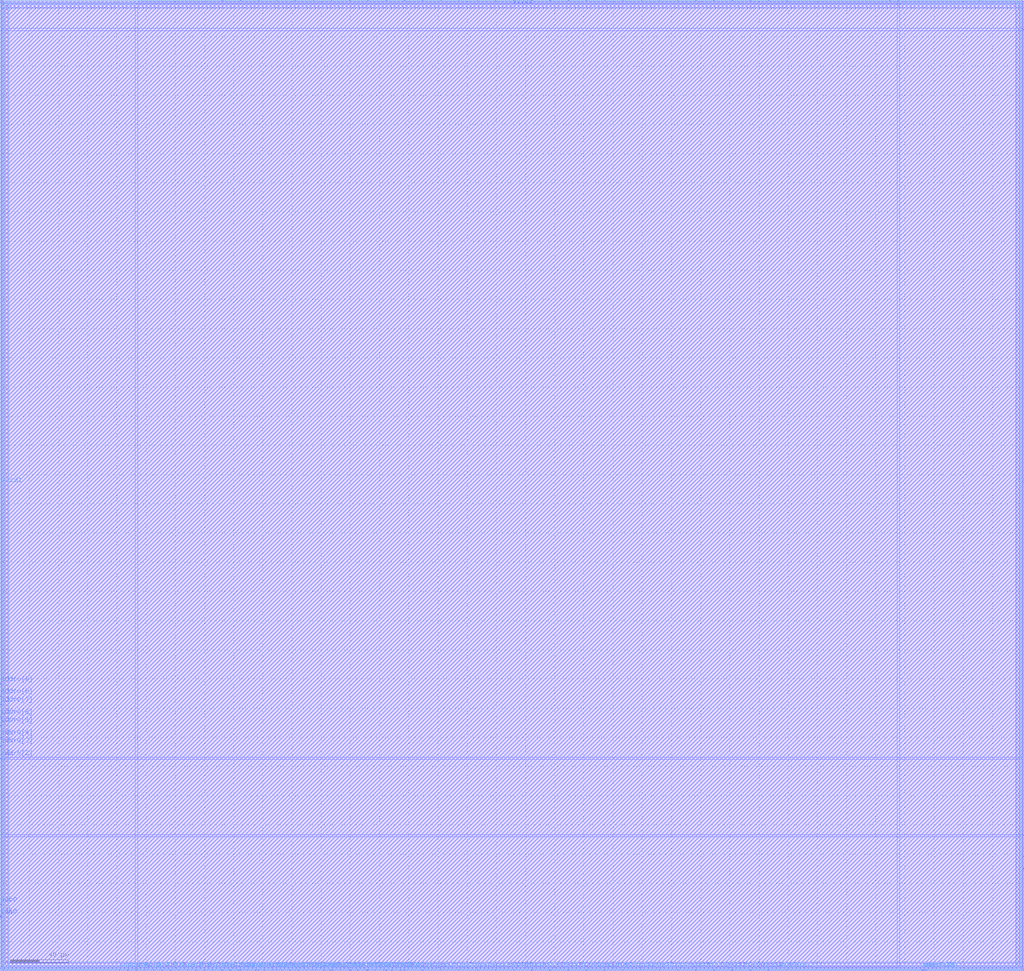
<source format=lef>
VERSION 5.4 ;
NAMESCASESENSITIVE ON ;
BUSBITCHARS "[]" ;
DIVIDERCHAR "/" ;
UNITS
  DATABASE MICRONS 2000 ;
END UNITS
MACRO IMPACT_OpenRAM
   CLASS BLOCK ;
   SIZE 701.64 BY 665.415 ;
   SYMMETRY X Y R90 ;
   PIN din0[0]
      DIRECTION INPUT ;
      PORT
         LAYER met4 ;
         RECT  93.18 0.0 93.56 0.38 ;
      END
   END din0[0]
   PIN din0[1]
      DIRECTION INPUT ;
      PORT
         LAYER met4 ;
         RECT  99.02 0.0 99.4 0.38 ;
      END
   END din0[1]
   PIN din0[2]
      DIRECTION INPUT ;
      PORT
         LAYER met4 ;
         RECT  104.86 0.0 105.24 0.38 ;
      END
   END din0[2]
   PIN din0[3]
      DIRECTION INPUT ;
      PORT
         LAYER met4 ;
         RECT  110.7 0.0 111.08 0.38 ;
      END
   END din0[3]
   PIN din0[4]
      DIRECTION INPUT ;
      PORT
         LAYER met4 ;
         RECT  116.54 0.0 116.92 0.38 ;
      END
   END din0[4]
   PIN din0[5]
      DIRECTION INPUT ;
      PORT
         LAYER met4 ;
         RECT  122.38 0.0 122.76 0.38 ;
      END
   END din0[5]
   PIN din0[6]
      DIRECTION INPUT ;
      PORT
         LAYER met4 ;
         RECT  128.22 0.0 128.6 0.38 ;
      END
   END din0[6]
   PIN din0[7]
      DIRECTION INPUT ;
      PORT
         LAYER met4 ;
         RECT  134.06 0.0 134.44 0.38 ;
      END
   END din0[7]
   PIN din0[8]
      DIRECTION INPUT ;
      PORT
         LAYER met4 ;
         RECT  139.9 0.0 140.28 0.38 ;
      END
   END din0[8]
   PIN din0[9]
      DIRECTION INPUT ;
      PORT
         LAYER met4 ;
         RECT  145.74 0.0 146.12 0.38 ;
      END
   END din0[9]
   PIN din0[10]
      DIRECTION INPUT ;
      PORT
         LAYER met4 ;
         RECT  151.58 0.0 151.96 0.38 ;
      END
   END din0[10]
   PIN din0[11]
      DIRECTION INPUT ;
      PORT
         LAYER met4 ;
         RECT  157.42 0.0 157.8 0.38 ;
      END
   END din0[11]
   PIN din0[12]
      DIRECTION INPUT ;
      PORT
         LAYER met4 ;
         RECT  163.26 0.0 163.64 0.38 ;
      END
   END din0[12]
   PIN din0[13]
      DIRECTION INPUT ;
      PORT
         LAYER met4 ;
         RECT  169.1 0.0 169.48 0.38 ;
      END
   END din0[13]
   PIN din0[14]
      DIRECTION INPUT ;
      PORT
         LAYER met4 ;
         RECT  174.94 0.0 175.32 0.38 ;
      END
   END din0[14]
   PIN din0[15]
      DIRECTION INPUT ;
      PORT
         LAYER met4 ;
         RECT  180.78 0.0 181.16 0.38 ;
      END
   END din0[15]
   PIN din0[16]
      DIRECTION INPUT ;
      PORT
         LAYER met4 ;
         RECT  186.62 0.0 187.0 0.38 ;
      END
   END din0[16]
   PIN din0[17]
      DIRECTION INPUT ;
      PORT
         LAYER met4 ;
         RECT  192.46 0.0 192.84 0.38 ;
      END
   END din0[17]
   PIN din0[18]
      DIRECTION INPUT ;
      PORT
         LAYER met4 ;
         RECT  198.3 0.0 198.68 0.38 ;
      END
   END din0[18]
   PIN din0[19]
      DIRECTION INPUT ;
      PORT
         LAYER met4 ;
         RECT  204.14 0.0 204.52 0.38 ;
      END
   END din0[19]
   PIN din0[20]
      DIRECTION INPUT ;
      PORT
         LAYER met4 ;
         RECT  209.98 0.0 210.36 0.38 ;
      END
   END din0[20]
   PIN din0[21]
      DIRECTION INPUT ;
      PORT
         LAYER met4 ;
         RECT  215.82 0.0 216.2 0.38 ;
      END
   END din0[21]
   PIN din0[22]
      DIRECTION INPUT ;
      PORT
         LAYER met4 ;
         RECT  221.66 0.0 222.04 0.38 ;
      END
   END din0[22]
   PIN din0[23]
      DIRECTION INPUT ;
      PORT
         LAYER met4 ;
         RECT  227.5 0.0 227.88 0.38 ;
      END
   END din0[23]
   PIN din0[24]
      DIRECTION INPUT ;
      PORT
         LAYER met4 ;
         RECT  233.34 0.0 233.72 0.38 ;
      END
   END din0[24]
   PIN din0[25]
      DIRECTION INPUT ;
      PORT
         LAYER met4 ;
         RECT  239.18 0.0 239.56 0.38 ;
      END
   END din0[25]
   PIN din0[26]
      DIRECTION INPUT ;
      PORT
         LAYER met4 ;
         RECT  245.02 0.0 245.4 0.38 ;
      END
   END din0[26]
   PIN din0[27]
      DIRECTION INPUT ;
      PORT
         LAYER met4 ;
         RECT  250.86 0.0 251.24 0.38 ;
      END
   END din0[27]
   PIN din0[28]
      DIRECTION INPUT ;
      PORT
         LAYER met4 ;
         RECT  256.7 0.0 257.08 0.38 ;
      END
   END din0[28]
   PIN din0[29]
      DIRECTION INPUT ;
      PORT
         LAYER met4 ;
         RECT  262.54 0.0 262.92 0.38 ;
      END
   END din0[29]
   PIN din0[30]
      DIRECTION INPUT ;
      PORT
         LAYER met4 ;
         RECT  268.38 0.0 268.76 0.38 ;
      END
   END din0[30]
   PIN din0[31]
      DIRECTION INPUT ;
      PORT
         LAYER met4 ;
         RECT  274.22 0.0 274.6 0.38 ;
      END
   END din0[31]
   PIN addr0[0]
      DIRECTION INPUT ;
      PORT
         LAYER met4 ;
         RECT  81.5 0.0 81.88 0.38 ;
      END
   END addr0[0]
   PIN addr0[1]
      DIRECTION INPUT ;
      PORT
         LAYER met4 ;
         RECT  87.34 0.0 87.72 0.38 ;
      END
   END addr0[1]
   PIN addr0[2]
      DIRECTION INPUT ;
      PORT
         LAYER met3 ;
         RECT  0.0 145.385 0.38 145.765 ;
      END
   END addr0[2]
   PIN addr0[3]
      DIRECTION INPUT ;
      PORT
         LAYER met3 ;
         RECT  0.0 153.885 0.38 154.265 ;
      END
   END addr0[3]
   PIN addr0[4]
      DIRECTION INPUT ;
      PORT
         LAYER met3 ;
         RECT  0.0 159.525 0.38 159.905 ;
      END
   END addr0[4]
   PIN addr0[5]
      DIRECTION INPUT ;
      PORT
         LAYER met3 ;
         RECT  0.0 168.025 0.38 168.405 ;
      END
   END addr0[5]
   PIN addr0[6]
      DIRECTION INPUT ;
      PORT
         LAYER met3 ;
         RECT  0.0 173.665 0.38 174.045 ;
      END
   END addr0[6]
   PIN addr0[7]
      DIRECTION INPUT ;
      PORT
         LAYER met3 ;
         RECT  0.0 182.165 0.38 182.545 ;
      END
   END addr0[7]
   PIN addr0[8]
      DIRECTION INPUT ;
      PORT
         LAYER met3 ;
         RECT  0.0 187.805 0.38 188.185 ;
      END
   END addr0[8]
   PIN addr0[9]
      DIRECTION INPUT ;
      PORT
         LAYER met3 ;
         RECT  0.0 196.305 0.38 196.685 ;
      END
   END addr0[9]
   PIN addr1[0]
      DIRECTION INPUT ;
      PORT
         LAYER met4 ;
         RECT  615.3 665.035 615.68 665.415 ;
      END
   END addr1[0]
   PIN addr1[1]
      DIRECTION INPUT ;
      PORT
         LAYER met4 ;
         RECT  609.46 665.035 609.84 665.415 ;
      END
   END addr1[1]
   PIN addr1[2]
      DIRECTION INPUT ;
      PORT
         LAYER met3 ;
         RECT  701.26 92.345 701.64 92.725 ;
      END
   END addr1[2]
   PIN addr1[3]
      DIRECTION INPUT ;
      PORT
         LAYER met3 ;
         RECT  701.26 83.845 701.64 84.225 ;
      END
   END addr1[3]
   PIN addr1[4]
      DIRECTION INPUT ;
      PORT
         LAYER met3 ;
         RECT  701.26 78.205 701.64 78.585 ;
      END
   END addr1[4]
   PIN addr1[5]
      DIRECTION INPUT ;
      PORT
         LAYER met3 ;
         RECT  701.26 69.705 701.64 70.085 ;
      END
   END addr1[5]
   PIN addr1[6]
      DIRECTION INPUT ;
      PORT
         LAYER met4 ;
         RECT  634.36 0.0 634.74 0.38 ;
      END
   END addr1[6]
   PIN addr1[7]
      DIRECTION INPUT ;
      PORT
         LAYER met4 ;
         RECT  631.385 0.0 631.765 0.38 ;
      END
   END addr1[7]
   PIN addr1[8]
      DIRECTION INPUT ;
      PORT
         LAYER met4 ;
         RECT  632.075 0.0 632.455 0.38 ;
      END
   END addr1[8]
   PIN addr1[9]
      DIRECTION INPUT ;
      PORT
         LAYER met4 ;
         RECT  632.82 0.0 633.2 0.38 ;
      END
   END addr1[9]
   PIN csb0
      DIRECTION INPUT ;
      PORT
         LAYER met3 ;
         RECT  0.0 36.605 0.38 36.985 ;
      END
   END csb0
   PIN csb1
      DIRECTION INPUT ;
      PORT
         LAYER met3 ;
         RECT  701.26 644.935 701.64 645.315 ;
      END
   END csb1
   PIN web0
      DIRECTION INPUT ;
      PORT
         LAYER met3 ;
         RECT  0.0 45.105 0.38 45.485 ;
      END
   END web0
   PIN clk0
      DIRECTION INPUT ;
      PORT
         LAYER met3 ;
         RECT  0.0 37.35 0.38 37.73 ;
      END
   END clk0
   PIN clk1
      DIRECTION INPUT ;
      PORT
         LAYER met4 ;
         RECT  671.0 665.035 671.38 665.415 ;
      END
   END clk1
   PIN dout0[0]
      DIRECTION OUTPUT ;
      PORT
         LAYER met4 ;
         RECT  152.27 0.0 152.65 0.38 ;
      END
   END dout0[0]
   PIN dout0[1]
      DIRECTION OUTPUT ;
      PORT
         LAYER met4 ;
         RECT  164.485 0.0 164.865 0.38 ;
      END
   END dout0[1]
   PIN dout0[2]
      DIRECTION OUTPUT ;
      PORT
         LAYER met4 ;
         RECT  176.965 0.0 177.345 0.38 ;
      END
   END dout0[2]
   PIN dout0[3]
      DIRECTION OUTPUT ;
      PORT
         LAYER met4 ;
         RECT  189.445 0.0 189.825 0.38 ;
      END
   END dout0[3]
   PIN dout0[4]
      DIRECTION OUTPUT ;
      PORT
         LAYER met4 ;
         RECT  201.925 0.0 202.305 0.38 ;
      END
   END dout0[4]
   PIN dout0[5]
      DIRECTION OUTPUT ;
      PORT
         LAYER met4 ;
         RECT  214.015 0.0 214.395 0.38 ;
      END
   END dout0[5]
   PIN dout0[6]
      DIRECTION OUTPUT ;
      PORT
         LAYER met4 ;
         RECT  225.695 0.0 226.075 0.38 ;
      END
   END dout0[6]
   PIN dout0[7]
      DIRECTION OUTPUT ;
      PORT
         LAYER met4 ;
         RECT  239.87 0.0 240.25 0.38 ;
      END
   END dout0[7]
   PIN dout0[8]
      DIRECTION OUTPUT ;
      PORT
         LAYER met4 ;
         RECT  251.845 0.0 252.225 0.38 ;
      END
   END dout0[8]
   PIN dout0[9]
      DIRECTION OUTPUT ;
      PORT
         LAYER met4 ;
         RECT  264.325 0.0 264.705 0.38 ;
      END
   END dout0[9]
   PIN dout0[10]
      DIRECTION OUTPUT ;
      PORT
         LAYER met4 ;
         RECT  276.805 0.0 277.185 0.38 ;
      END
   END dout0[10]
   PIN dout0[11]
      DIRECTION OUTPUT ;
      PORT
         LAYER met4 ;
         RECT  289.285 0.0 289.665 0.38 ;
      END
   END dout0[11]
   PIN dout0[12]
      DIRECTION OUTPUT ;
      PORT
         LAYER met4 ;
         RECT  301.765 0.0 302.145 0.38 ;
      END
   END dout0[12]
   PIN dout0[13]
      DIRECTION OUTPUT ;
      PORT
         LAYER met4 ;
         RECT  314.245 0.0 314.625 0.38 ;
      END
   END dout0[13]
   PIN dout0[14]
      DIRECTION OUTPUT ;
      PORT
         LAYER met4 ;
         RECT  326.725 0.0 327.105 0.38 ;
      END
   END dout0[14]
   PIN dout0[15]
      DIRECTION OUTPUT ;
      PORT
         LAYER met4 ;
         RECT  339.205 0.0 339.585 0.38 ;
      END
   END dout0[15]
   PIN dout0[16]
      DIRECTION OUTPUT ;
      PORT
         LAYER met4 ;
         RECT  351.685 0.0 352.065 0.38 ;
      END
   END dout0[16]
   PIN dout0[17]
      DIRECTION OUTPUT ;
      PORT
         LAYER met4 ;
         RECT  364.165 0.0 364.545 0.38 ;
      END
   END dout0[17]
   PIN dout0[18]
      DIRECTION OUTPUT ;
      PORT
         LAYER met4 ;
         RECT  376.645 0.0 377.025 0.38 ;
      END
   END dout0[18]
   PIN dout0[19]
      DIRECTION OUTPUT ;
      PORT
         LAYER met4 ;
         RECT  389.125 0.0 389.505 0.38 ;
      END
   END dout0[19]
   PIN dout0[20]
      DIRECTION OUTPUT ;
      PORT
         LAYER met4 ;
         RECT  401.605 0.0 401.985 0.38 ;
      END
   END dout0[20]
   PIN dout0[21]
      DIRECTION OUTPUT ;
      PORT
         LAYER met4 ;
         RECT  414.085 0.0 414.465 0.38 ;
      END
   END dout0[21]
   PIN dout0[22]
      DIRECTION OUTPUT ;
      PORT
         LAYER met4 ;
         RECT  426.565 0.0 426.945 0.38 ;
      END
   END dout0[22]
   PIN dout0[23]
      DIRECTION OUTPUT ;
      PORT
         LAYER met4 ;
         RECT  439.045 0.0 439.425 0.38 ;
      END
   END dout0[23]
   PIN dout0[24]
      DIRECTION OUTPUT ;
      PORT
         LAYER met4 ;
         RECT  451.525 0.0 451.905 0.38 ;
      END
   END dout0[24]
   PIN dout0[25]
      DIRECTION OUTPUT ;
      PORT
         LAYER met4 ;
         RECT  464.005 0.0 464.385 0.38 ;
      END
   END dout0[25]
   PIN dout0[26]
      DIRECTION OUTPUT ;
      PORT
         LAYER met4 ;
         RECT  476.485 0.0 476.865 0.38 ;
      END
   END dout0[26]
   PIN dout0[27]
      DIRECTION OUTPUT ;
      PORT
         LAYER met4 ;
         RECT  488.965 0.0 489.345 0.38 ;
      END
   END dout0[27]
   PIN dout0[28]
      DIRECTION OUTPUT ;
      PORT
         LAYER met4 ;
         RECT  501.445 0.0 501.825 0.38 ;
      END
   END dout0[28]
   PIN dout0[29]
      DIRECTION OUTPUT ;
      PORT
         LAYER met4 ;
         RECT  513.925 0.0 514.305 0.38 ;
      END
   END dout0[29]
   PIN dout0[30]
      DIRECTION OUTPUT ;
      PORT
         LAYER met4 ;
         RECT  526.405 0.0 526.785 0.38 ;
      END
   END dout0[30]
   PIN dout0[31]
      DIRECTION OUTPUT ;
      PORT
         LAYER met4 ;
         RECT  538.885 0.0 539.265 0.38 ;
      END
   END dout0[31]
   PIN dout1[0]
      DIRECTION OUTPUT ;
      PORT
         LAYER met4 ;
         RECT  152.065 665.035 152.445 665.415 ;
      END
   END dout1[0]
   PIN dout1[1]
      DIRECTION OUTPUT ;
      PORT
         LAYER met4 ;
         RECT  164.545 665.035 164.925 665.415 ;
      END
   END dout1[1]
   PIN dout1[2]
      DIRECTION OUTPUT ;
      PORT
         LAYER met4 ;
         RECT  177.025 665.035 177.405 665.415 ;
      END
   END dout1[2]
   PIN dout1[3]
      DIRECTION OUTPUT ;
      PORT
         LAYER met4 ;
         RECT  189.505 665.035 189.885 665.415 ;
      END
   END dout1[3]
   PIN dout1[4]
      DIRECTION OUTPUT ;
      PORT
         LAYER met4 ;
         RECT  201.985 665.035 202.365 665.415 ;
      END
   END dout1[4]
   PIN dout1[5]
      DIRECTION OUTPUT ;
      PORT
         LAYER met4 ;
         RECT  214.465 665.035 214.845 665.415 ;
      END
   END dout1[5]
   PIN dout1[6]
      DIRECTION OUTPUT ;
      PORT
         LAYER met4 ;
         RECT  226.945 665.035 227.325 665.415 ;
      END
   END dout1[6]
   PIN dout1[7]
      DIRECTION OUTPUT ;
      PORT
         LAYER met4 ;
         RECT  239.425 665.035 239.805 665.415 ;
      END
   END dout1[7]
   PIN dout1[8]
      DIRECTION OUTPUT ;
      PORT
         LAYER met4 ;
         RECT  251.905 665.035 252.285 665.415 ;
      END
   END dout1[8]
   PIN dout1[9]
      DIRECTION OUTPUT ;
      PORT
         LAYER met4 ;
         RECT  264.385 665.035 264.765 665.415 ;
      END
   END dout1[9]
   PIN dout1[10]
      DIRECTION OUTPUT ;
      PORT
         LAYER met4 ;
         RECT  276.865 665.035 277.245 665.415 ;
      END
   END dout1[10]
   PIN dout1[11]
      DIRECTION OUTPUT ;
      PORT
         LAYER met4 ;
         RECT  289.345 665.035 289.725 665.415 ;
      END
   END dout1[11]
   PIN dout1[12]
      DIRECTION OUTPUT ;
      PORT
         LAYER met4 ;
         RECT  301.825 665.035 302.205 665.415 ;
      END
   END dout1[12]
   PIN dout1[13]
      DIRECTION OUTPUT ;
      PORT
         LAYER met4 ;
         RECT  314.305 665.035 314.685 665.415 ;
      END
   END dout1[13]
   PIN dout1[14]
      DIRECTION OUTPUT ;
      PORT
         LAYER met4 ;
         RECT  326.785 665.035 327.165 665.415 ;
      END
   END dout1[14]
   PIN dout1[15]
      DIRECTION OUTPUT ;
      PORT
         LAYER met4 ;
         RECT  339.265 665.035 339.645 665.415 ;
      END
   END dout1[15]
   PIN dout1[16]
      DIRECTION OUTPUT ;
      PORT
         LAYER met4 ;
         RECT  351.745 665.035 352.125 665.415 ;
      END
   END dout1[16]
   PIN dout1[17]
      DIRECTION OUTPUT ;
      PORT
         LAYER met4 ;
         RECT  364.225 665.035 364.605 665.415 ;
      END
   END dout1[17]
   PIN dout1[18]
      DIRECTION OUTPUT ;
      PORT
         LAYER met4 ;
         RECT  376.705 665.035 377.085 665.415 ;
      END
   END dout1[18]
   PIN dout1[19]
      DIRECTION OUTPUT ;
      PORT
         LAYER met4 ;
         RECT  389.185 665.035 389.565 665.415 ;
      END
   END dout1[19]
   PIN dout1[20]
      DIRECTION OUTPUT ;
      PORT
         LAYER met4 ;
         RECT  401.665 665.035 402.045 665.415 ;
      END
   END dout1[20]
   PIN dout1[21]
      DIRECTION OUTPUT ;
      PORT
         LAYER met4 ;
         RECT  414.145 665.035 414.525 665.415 ;
      END
   END dout1[21]
   PIN dout1[22]
      DIRECTION OUTPUT ;
      PORT
         LAYER met4 ;
         RECT  426.625 665.035 427.005 665.415 ;
      END
   END dout1[22]
   PIN dout1[23]
      DIRECTION OUTPUT ;
      PORT
         LAYER met4 ;
         RECT  439.105 665.035 439.485 665.415 ;
      END
   END dout1[23]
   PIN dout1[24]
      DIRECTION OUTPUT ;
      PORT
         LAYER met4 ;
         RECT  451.585 665.035 451.965 665.415 ;
      END
   END dout1[24]
   PIN dout1[25]
      DIRECTION OUTPUT ;
      PORT
         LAYER met4 ;
         RECT  464.065 665.035 464.445 665.415 ;
      END
   END dout1[25]
   PIN dout1[26]
      DIRECTION OUTPUT ;
      PORT
         LAYER met4 ;
         RECT  476.545 665.035 476.925 665.415 ;
      END
   END dout1[26]
   PIN dout1[27]
      DIRECTION OUTPUT ;
      PORT
         LAYER met4 ;
         RECT  489.025 665.035 489.405 665.415 ;
      END
   END dout1[27]
   PIN dout1[28]
      DIRECTION OUTPUT ;
      PORT
         LAYER met4 ;
         RECT  501.505 665.035 501.885 665.415 ;
      END
   END dout1[28]
   PIN dout1[29]
      DIRECTION OUTPUT ;
      PORT
         LAYER met4 ;
         RECT  513.985 665.035 514.365 665.415 ;
      END
   END dout1[29]
   PIN dout1[30]
      DIRECTION OUTPUT ;
      PORT
         LAYER met4 ;
         RECT  526.465 665.035 526.845 665.415 ;
      END
   END dout1[30]
   PIN dout1[31]
      DIRECTION OUTPUT ;
      PORT
         LAYER met4 ;
         RECT  538.945 665.035 539.325 665.415 ;
      END
   END dout1[31]
   PIN vccd1
      DIRECTION INOUT ;
      USE POWER ; 
      SHAPE ABUTMENT ; 
      PORT
         LAYER met4 ;
         RECT  699.9 0.0 701.64 665.415 ;
         LAYER met3 ;
         RECT  0.0 663.675 701.64 665.415 ;
         LAYER met3 ;
         RECT  0.0 0.0 701.64 1.74 ;
         LAYER met4 ;
         RECT  0.0 0.0 1.74 665.415 ;
      END
   END vccd1
   PIN vssd1
      DIRECTION INOUT ;
      USE GROUND ; 
      SHAPE ABUTMENT ; 
      PORT
         LAYER met3 ;
         RECT  3.48 3.48 698.16 5.22 ;
         LAYER met4 ;
         RECT  3.48 3.48 5.22 661.935 ;
         LAYER met4 ;
         RECT  696.42 3.48 698.16 661.935 ;
         LAYER met3 ;
         RECT  3.48 660.195 698.16 661.935 ;
      END
   END vssd1
   OBS
   LAYER  met1 ;
      RECT  0.62 0.62 701.02 664.795 ;
   LAYER  met2 ;
      RECT  0.62 0.62 701.02 664.795 ;
   LAYER  met3 ;
      RECT  0.98 144.785 701.02 146.365 ;
      RECT  0.62 146.365 0.98 153.285 ;
      RECT  0.62 154.865 0.98 158.925 ;
      RECT  0.62 160.505 0.98 167.425 ;
      RECT  0.62 169.005 0.98 173.065 ;
      RECT  0.62 174.645 0.98 181.565 ;
      RECT  0.62 183.145 0.98 187.205 ;
      RECT  0.62 188.785 0.98 195.705 ;
      RECT  0.98 91.745 700.66 93.325 ;
      RECT  0.98 93.325 700.66 144.785 ;
      RECT  700.66 93.325 701.02 144.785 ;
      RECT  700.66 84.825 701.02 91.745 ;
      RECT  700.66 79.185 701.02 83.245 ;
      RECT  700.66 70.685 701.02 77.605 ;
      RECT  0.98 146.365 700.66 644.335 ;
      RECT  0.98 644.335 700.66 645.915 ;
      RECT  700.66 146.365 701.02 644.335 ;
      RECT  0.62 46.085 0.98 144.785 ;
      RECT  0.62 38.33 0.98 44.505 ;
      RECT  0.62 197.285 0.98 663.075 ;
      RECT  700.66 645.915 701.02 663.075 ;
      RECT  700.66 2.34 701.02 69.105 ;
      RECT  0.62 2.34 0.98 36.005 ;
      RECT  0.98 2.34 2.88 2.88 ;
      RECT  0.98 2.88 2.88 5.82 ;
      RECT  0.98 5.82 2.88 91.745 ;
      RECT  2.88 2.34 698.76 2.88 ;
      RECT  2.88 5.82 698.76 91.745 ;
      RECT  698.76 2.34 700.66 2.88 ;
      RECT  698.76 2.88 700.66 5.82 ;
      RECT  698.76 5.82 700.66 91.745 ;
      RECT  0.98 645.915 2.88 659.595 ;
      RECT  0.98 659.595 2.88 662.535 ;
      RECT  0.98 662.535 2.88 663.075 ;
      RECT  2.88 645.915 698.76 659.595 ;
      RECT  2.88 662.535 698.76 663.075 ;
      RECT  698.76 645.915 700.66 659.595 ;
      RECT  698.76 659.595 700.66 662.535 ;
      RECT  698.76 662.535 700.66 663.075 ;
   LAYER  met4 ;
      RECT  92.58 0.98 94.16 664.795 ;
      RECT  94.16 0.62 98.42 0.98 ;
      RECT  100.0 0.62 104.26 0.98 ;
      RECT  105.84 0.62 110.1 0.98 ;
      RECT  111.68 0.62 115.94 0.98 ;
      RECT  117.52 0.62 121.78 0.98 ;
      RECT  123.36 0.62 127.62 0.98 ;
      RECT  129.2 0.62 133.46 0.98 ;
      RECT  135.04 0.62 139.3 0.98 ;
      RECT  140.88 0.62 145.14 0.98 ;
      RECT  146.72 0.62 150.98 0.98 ;
      RECT  158.4 0.62 162.66 0.98 ;
      RECT  170.08 0.62 174.34 0.98 ;
      RECT  181.76 0.62 186.02 0.98 ;
      RECT  193.44 0.62 197.7 0.98 ;
      RECT  205.12 0.62 209.38 0.98 ;
      RECT  216.8 0.62 221.06 0.98 ;
      RECT  228.48 0.62 232.74 0.98 ;
      RECT  234.32 0.62 238.58 0.98 ;
      RECT  246.0 0.62 250.26 0.98 ;
      RECT  257.68 0.62 261.94 0.98 ;
      RECT  269.36 0.62 273.62 0.98 ;
      RECT  82.48 0.62 86.74 0.98 ;
      RECT  88.32 0.62 92.58 0.98 ;
      RECT  94.16 0.98 614.7 664.435 ;
      RECT  614.7 0.98 616.28 664.435 ;
      RECT  610.44 664.435 614.7 664.795 ;
      RECT  616.28 664.435 670.4 664.795 ;
      RECT  153.25 0.62 156.82 0.98 ;
      RECT  165.465 0.62 168.5 0.98 ;
      RECT  175.92 0.62 176.365 0.98 ;
      RECT  177.945 0.62 180.18 0.98 ;
      RECT  187.6 0.62 188.845 0.98 ;
      RECT  190.425 0.62 191.86 0.98 ;
      RECT  199.28 0.62 201.325 0.98 ;
      RECT  202.905 0.62 203.54 0.98 ;
      RECT  210.96 0.62 213.415 0.98 ;
      RECT  214.995 0.62 215.22 0.98 ;
      RECT  222.64 0.62 225.095 0.98 ;
      RECT  226.675 0.62 226.9 0.98 ;
      RECT  240.85 0.62 244.42 0.98 ;
      RECT  252.825 0.62 256.1 0.98 ;
      RECT  263.52 0.62 263.725 0.98 ;
      RECT  265.305 0.62 267.78 0.98 ;
      RECT  275.2 0.62 276.205 0.98 ;
      RECT  277.785 0.62 288.685 0.98 ;
      RECT  290.265 0.62 301.165 0.98 ;
      RECT  302.745 0.62 313.645 0.98 ;
      RECT  315.225 0.62 326.125 0.98 ;
      RECT  327.705 0.62 338.605 0.98 ;
      RECT  340.185 0.62 351.085 0.98 ;
      RECT  352.665 0.62 363.565 0.98 ;
      RECT  365.145 0.62 376.045 0.98 ;
      RECT  377.625 0.62 388.525 0.98 ;
      RECT  390.105 0.62 401.005 0.98 ;
      RECT  402.585 0.62 413.485 0.98 ;
      RECT  415.065 0.62 425.965 0.98 ;
      RECT  427.545 0.62 438.445 0.98 ;
      RECT  440.025 0.62 450.925 0.98 ;
      RECT  452.505 0.62 463.405 0.98 ;
      RECT  464.985 0.62 475.885 0.98 ;
      RECT  477.465 0.62 488.365 0.98 ;
      RECT  489.945 0.62 500.845 0.98 ;
      RECT  502.425 0.62 513.325 0.98 ;
      RECT  514.905 0.62 525.805 0.98 ;
      RECT  527.385 0.62 538.285 0.98 ;
      RECT  539.865 0.62 630.785 0.98 ;
      RECT  94.16 664.435 151.465 664.795 ;
      RECT  153.045 664.435 163.945 664.795 ;
      RECT  165.525 664.435 176.425 664.795 ;
      RECT  178.005 664.435 188.905 664.795 ;
      RECT  190.485 664.435 201.385 664.795 ;
      RECT  202.965 664.435 213.865 664.795 ;
      RECT  215.445 664.435 226.345 664.795 ;
      RECT  227.925 664.435 238.825 664.795 ;
      RECT  240.405 664.435 251.305 664.795 ;
      RECT  252.885 664.435 263.785 664.795 ;
      RECT  265.365 664.435 276.265 664.795 ;
      RECT  277.845 664.435 288.745 664.795 ;
      RECT  290.325 664.435 301.225 664.795 ;
      RECT  302.805 664.435 313.705 664.795 ;
      RECT  315.285 664.435 326.185 664.795 ;
      RECT  327.765 664.435 338.665 664.795 ;
      RECT  340.245 664.435 351.145 664.795 ;
      RECT  352.725 664.435 363.625 664.795 ;
      RECT  365.205 664.435 376.105 664.795 ;
      RECT  377.685 664.435 388.585 664.795 ;
      RECT  390.165 664.435 401.065 664.795 ;
      RECT  402.645 664.435 413.545 664.795 ;
      RECT  415.125 664.435 426.025 664.795 ;
      RECT  427.605 664.435 438.505 664.795 ;
      RECT  440.085 664.435 450.985 664.795 ;
      RECT  452.565 664.435 463.465 664.795 ;
      RECT  465.045 664.435 475.945 664.795 ;
      RECT  477.525 664.435 488.425 664.795 ;
      RECT  490.005 664.435 500.905 664.795 ;
      RECT  502.485 664.435 513.385 664.795 ;
      RECT  514.965 664.435 525.865 664.795 ;
      RECT  527.445 664.435 538.345 664.795 ;
      RECT  539.925 664.435 608.86 664.795 ;
      RECT  635.34 0.62 699.3 0.98 ;
      RECT  671.98 664.435 699.3 664.795 ;
      RECT  2.34 0.62 80.9 0.98 ;
      RECT  2.34 0.98 2.88 2.88 ;
      RECT  2.34 2.88 2.88 662.535 ;
      RECT  2.34 662.535 2.88 664.795 ;
      RECT  2.88 0.98 5.82 2.88 ;
      RECT  2.88 662.535 5.82 664.795 ;
      RECT  5.82 0.98 92.58 2.88 ;
      RECT  5.82 2.88 92.58 662.535 ;
      RECT  5.82 662.535 92.58 664.795 ;
      RECT  616.28 0.98 695.82 2.88 ;
      RECT  616.28 2.88 695.82 662.535 ;
      RECT  616.28 662.535 695.82 664.435 ;
      RECT  695.82 0.98 698.76 2.88 ;
      RECT  695.82 662.535 698.76 664.435 ;
      RECT  698.76 0.98 699.3 2.88 ;
      RECT  698.76 2.88 699.3 662.535 ;
      RECT  698.76 662.535 699.3 664.435 ;
   END
END    IMPACT_OpenRAM
END    LIBRARY

</source>
